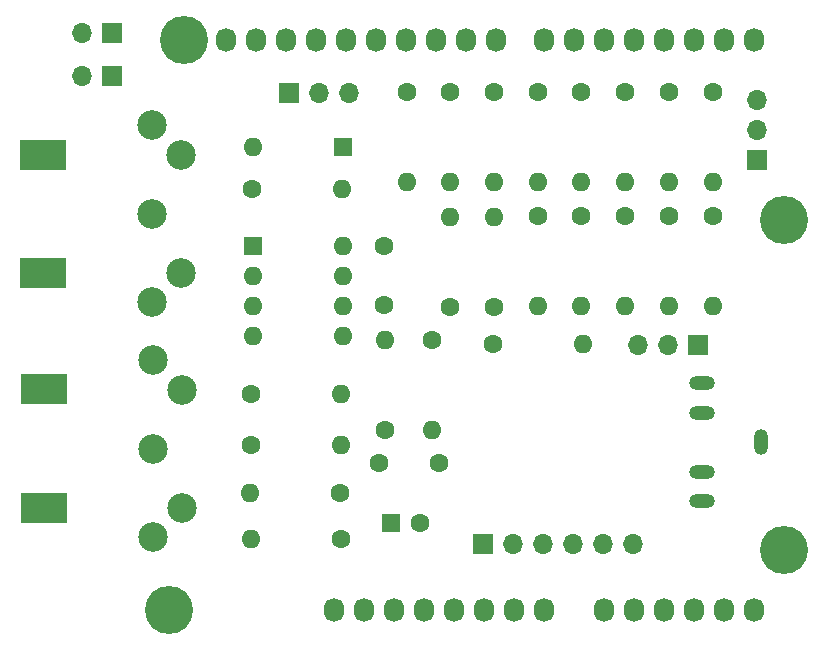
<source format=gbr>
%TF.GenerationSoftware,KiCad,Pcbnew,(6.0.5)*%
%TF.CreationDate,2022-11-11T14:55:19+00:00*%
%TF.ProjectId,ArduinoAudioExperimentShield,41726475-696e-46f4-9175-64696f457870,rev?*%
%TF.SameCoordinates,Original*%
%TF.FileFunction,Soldermask,Top*%
%TF.FilePolarity,Negative*%
%FSLAX46Y46*%
G04 Gerber Fmt 4.6, Leading zero omitted, Abs format (unit mm)*
G04 Created by KiCad (PCBNEW (6.0.5)) date 2022-11-11 14:55:19*
%MOMM*%
%LPD*%
G01*
G04 APERTURE LIST*
%ADD10O,1.727200X2.032000*%
%ADD11C,4.064000*%
%ADD12C,1.600000*%
%ADD13O,1.600000X1.600000*%
%ADD14R,1.700000X1.700000*%
%ADD15O,1.700000X1.700000*%
%ADD16R,1.600000X1.600000*%
%ADD17R,4.000000X2.500000*%
%ADD18C,2.499360*%
%ADD19O,2.200000X1.200000*%
%ADD20O,1.200000X2.200000*%
G04 APERTURE END LIST*
D10*
%TO.C,P1*%
X138938000Y-123825000D03*
X141478000Y-123825000D03*
X144018000Y-123825000D03*
X146558000Y-123825000D03*
X149098000Y-123825000D03*
X151638000Y-123825000D03*
X154178000Y-123825000D03*
X156718000Y-123825000D03*
%TD*%
%TO.C,P2*%
X161798000Y-123825000D03*
X164338000Y-123825000D03*
X166878000Y-123825000D03*
X169418000Y-123825000D03*
X171958000Y-123825000D03*
X174498000Y-123825000D03*
%TD*%
%TO.C,P3*%
X129794000Y-75565000D03*
X132334000Y-75565000D03*
X134874000Y-75565000D03*
X137414000Y-75565000D03*
X139954000Y-75565000D03*
X142494000Y-75565000D03*
X145034000Y-75565000D03*
X147574000Y-75565000D03*
X150114000Y-75565000D03*
X152654000Y-75565000D03*
%TD*%
%TO.C,P4*%
X156718000Y-75565000D03*
X159258000Y-75565000D03*
X161798000Y-75565000D03*
X164338000Y-75565000D03*
X166878000Y-75565000D03*
X169418000Y-75565000D03*
X171958000Y-75565000D03*
X174498000Y-75565000D03*
%TD*%
D11*
%TO.C,P5*%
X124968000Y-123825000D03*
%TD*%
%TO.C,P6*%
X177038000Y-118745000D03*
%TD*%
%TO.C,P7*%
X126238000Y-75565000D03*
%TD*%
%TO.C,P8*%
X177038000Y-90805000D03*
%TD*%
D12*
%TO.C,R8*%
X156200000Y-80000000D03*
D13*
X156200000Y-87620000D03*
%TD*%
D12*
%TO.C,R9*%
X152500000Y-80000000D03*
D13*
X152500000Y-87620000D03*
%TD*%
D14*
%TO.C,J6*%
X169773000Y-101385000D03*
D15*
X167233000Y-101385000D03*
X164693000Y-101385000D03*
%TD*%
D16*
%TO.C,C3*%
X143760375Y-116505000D03*
D12*
X146260375Y-116505000D03*
%TD*%
D16*
%TO.C,U1*%
X132108000Y-93075000D03*
D13*
X132108000Y-95615000D03*
X132108000Y-98155000D03*
X132108000Y-100695000D03*
X139728000Y-100695000D03*
X139728000Y-98155000D03*
X139728000Y-95615000D03*
X139728000Y-93075000D03*
%TD*%
D17*
%TO.C,IN1*%
X114340300Y-95316260D03*
X114340300Y-85313740D03*
D18*
X123535200Y-97813080D03*
X123537740Y-90315000D03*
X123535200Y-82816920D03*
X126037100Y-95311180D03*
X126037100Y-85318820D03*
%TD*%
D12*
%TO.C,R21*%
X131958000Y-105615000D03*
D13*
X139578000Y-105615000D03*
%TD*%
D12*
%TO.C,R19*%
X152408000Y-101305000D03*
D13*
X160028000Y-101305000D03*
%TD*%
D12*
%TO.C,R3*%
X145100000Y-80000000D03*
D13*
X145100000Y-87620000D03*
%TD*%
D12*
%TO.C,R20*%
X131898000Y-109885000D03*
D13*
X139518000Y-109885000D03*
%TD*%
D12*
%TO.C,R13*%
X171000000Y-90500000D03*
D13*
X171000000Y-98120000D03*
%TD*%
D12*
%TO.C,R12*%
X148800000Y-98200000D03*
D13*
X148800000Y-90580000D03*
%TD*%
D12*
%TO.C,R23*%
X147248000Y-101005000D03*
D13*
X147248000Y-108625000D03*
%TD*%
D12*
%TO.C,R7*%
X159900000Y-80000000D03*
D13*
X159900000Y-87620000D03*
%TD*%
D14*
%TO.C,J4*%
X120123000Y-78635000D03*
D15*
X117583000Y-78635000D03*
%TD*%
D19*
%TO.C,J7*%
X170080000Y-114665000D03*
X170080000Y-112165000D03*
D20*
X175080000Y-109665000D03*
D19*
X170080000Y-104665000D03*
X170080000Y-107165000D03*
%TD*%
D12*
%TO.C,R16*%
X159900000Y-90500000D03*
D13*
X159900000Y-98120000D03*
%TD*%
D17*
%TO.C,OUT1*%
X114390300Y-105193740D03*
X114390300Y-115196260D03*
D18*
X123585200Y-117693080D03*
X123587740Y-110195000D03*
X123585200Y-102696920D03*
X126087100Y-115191180D03*
X126087100Y-105198820D03*
%TD*%
D14*
%TO.C,J2*%
X174768000Y-85725000D03*
D15*
X174768000Y-83185000D03*
X174768000Y-80645000D03*
%TD*%
D12*
%TO.C,R6*%
X163600000Y-80000000D03*
D13*
X163600000Y-87620000D03*
%TD*%
D12*
%TO.C,R17*%
X156200000Y-90500000D03*
D13*
X156200000Y-98120000D03*
%TD*%
D12*
%TO.C,R14*%
X167300000Y-90500000D03*
D13*
X167300000Y-98120000D03*
%TD*%
D14*
%TO.C,J3*%
X120123000Y-75035000D03*
D15*
X117583000Y-75035000D03*
%TD*%
D12*
%TO.C,R5*%
X167300000Y-80000000D03*
D13*
X167300000Y-87620000D03*
%TD*%
D12*
%TO.C,R18*%
X132028000Y-88205000D03*
D13*
X139648000Y-88205000D03*
%TD*%
D14*
%TO.C,J5*%
X151528000Y-118295000D03*
D15*
X154068000Y-118295000D03*
X156608000Y-118295000D03*
X159148000Y-118295000D03*
X161688000Y-118295000D03*
X164228000Y-118295000D03*
%TD*%
D12*
%TO.C,R4*%
X171000000Y-80000000D03*
D13*
X171000000Y-87620000D03*
%TD*%
D16*
%TO.C,D1*%
X139718000Y-84675000D03*
D13*
X132098000Y-84675000D03*
%TD*%
D12*
%TO.C,R10*%
X139498000Y-113945000D03*
D13*
X131878000Y-113945000D03*
%TD*%
D12*
%TO.C,C1*%
X143158000Y-93015000D03*
X143158000Y-98015000D03*
%TD*%
%TO.C,R2*%
X148800000Y-80000000D03*
D13*
X148800000Y-87620000D03*
%TD*%
D12*
%TO.C,R11*%
X152500000Y-98200000D03*
D13*
X152500000Y-90580000D03*
%TD*%
D12*
%TO.C,R1*%
X139518000Y-117875000D03*
D13*
X131898000Y-117875000D03*
%TD*%
D12*
%TO.C,R22*%
X143238000Y-108625000D03*
D13*
X143238000Y-101005000D03*
%TD*%
D14*
%TO.C,J1*%
X135143000Y-80105000D03*
D15*
X137683000Y-80105000D03*
X140223000Y-80105000D03*
%TD*%
D12*
%TO.C,C2*%
X142798000Y-111405000D03*
X147798000Y-111405000D03*
%TD*%
%TO.C,R15*%
X163600000Y-90500000D03*
D13*
X163600000Y-98120000D03*
%TD*%
M02*

</source>
